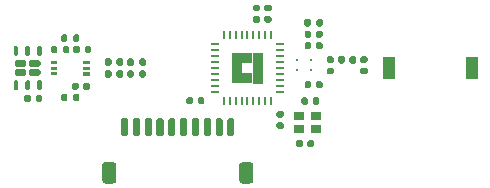
<source format=gbr>
%TF.GenerationSoftware,KiCad,Pcbnew,5.1.9-73d0e3b20d~88~ubuntu20.04.1*%
%TF.CreationDate,2021-04-10T20:27:40+02:00*%
%TF.ProjectId,calvin,63616c76-696e-42e6-9b69-6361645f7063,v1.00*%
%TF.SameCoordinates,Original*%
%TF.FileFunction,Paste,Top*%
%TF.FilePolarity,Positive*%
%FSLAX46Y46*%
G04 Gerber Fmt 4.6, Leading zero omitted, Abs format (unit mm)*
G04 Created by KiCad (PCBNEW 5.1.9-73d0e3b20d~88~ubuntu20.04.1) date 2021-04-10 20:27:40*
%MOMM*%
%LPD*%
G01*
G04 APERTURE LIST*
%ADD10C,0.100000*%
%ADD11C,0.320000*%
%ADD12R,0.900000X0.800000*%
%ADD13R,0.750000X0.280000*%
%ADD14R,0.280000X0.750000*%
%ADD15R,0.880000X0.880000*%
G04 APERTURE END LIST*
%TO.C,J1*%
G36*
G01*
X153800000Y-109525001D02*
X153800000Y-108224999D01*
G75*
G02*
X154049999Y-107975000I249999J0D01*
G01*
X154750001Y-107975000D01*
G75*
G02*
X155000000Y-108224999I0J-249999D01*
G01*
X155000000Y-109525001D01*
G75*
G02*
X154750001Y-109775000I-249999J0D01*
G01*
X154049999Y-109775000D01*
G75*
G02*
X153800000Y-109525001I0J249999D01*
G01*
G37*
G36*
G01*
X142200000Y-109525001D02*
X142200000Y-108224999D01*
G75*
G02*
X142449999Y-107975000I249999J0D01*
G01*
X143150001Y-107975000D01*
G75*
G02*
X143400000Y-108224999I0J-249999D01*
G01*
X143400000Y-109525001D01*
G75*
G02*
X143150001Y-109775000I-249999J0D01*
G01*
X142449999Y-109775000D01*
G75*
G02*
X142200000Y-109525001I0J249999D01*
G01*
G37*
G36*
G01*
X152800000Y-105625000D02*
X152800000Y-104375000D01*
G75*
G02*
X152950000Y-104225000I150000J0D01*
G01*
X153250000Y-104225000D01*
G75*
G02*
X153400000Y-104375000I0J-150000D01*
G01*
X153400000Y-105625000D01*
G75*
G02*
X153250000Y-105775000I-150000J0D01*
G01*
X152950000Y-105775000D01*
G75*
G02*
X152800000Y-105625000I0J150000D01*
G01*
G37*
G36*
G01*
X151800000Y-105625000D02*
X151800000Y-104375000D01*
G75*
G02*
X151950000Y-104225000I150000J0D01*
G01*
X152250000Y-104225000D01*
G75*
G02*
X152400000Y-104375000I0J-150000D01*
G01*
X152400000Y-105625000D01*
G75*
G02*
X152250000Y-105775000I-150000J0D01*
G01*
X151950000Y-105775000D01*
G75*
G02*
X151800000Y-105625000I0J150000D01*
G01*
G37*
G36*
G01*
X150800000Y-105625000D02*
X150800000Y-104375000D01*
G75*
G02*
X150950000Y-104225000I150000J0D01*
G01*
X151250000Y-104225000D01*
G75*
G02*
X151400000Y-104375000I0J-150000D01*
G01*
X151400000Y-105625000D01*
G75*
G02*
X151250000Y-105775000I-150000J0D01*
G01*
X150950000Y-105775000D01*
G75*
G02*
X150800000Y-105625000I0J150000D01*
G01*
G37*
G36*
G01*
X149800000Y-105625000D02*
X149800000Y-104375000D01*
G75*
G02*
X149950000Y-104225000I150000J0D01*
G01*
X150250000Y-104225000D01*
G75*
G02*
X150400000Y-104375000I0J-150000D01*
G01*
X150400000Y-105625000D01*
G75*
G02*
X150250000Y-105775000I-150000J0D01*
G01*
X149950000Y-105775000D01*
G75*
G02*
X149800000Y-105625000I0J150000D01*
G01*
G37*
G36*
G01*
X148800000Y-105625000D02*
X148800000Y-104375000D01*
G75*
G02*
X148950000Y-104225000I150000J0D01*
G01*
X149250000Y-104225000D01*
G75*
G02*
X149400000Y-104375000I0J-150000D01*
G01*
X149400000Y-105625000D01*
G75*
G02*
X149250000Y-105775000I-150000J0D01*
G01*
X148950000Y-105775000D01*
G75*
G02*
X148800000Y-105625000I0J150000D01*
G01*
G37*
G36*
G01*
X147800000Y-105625000D02*
X147800000Y-104375000D01*
G75*
G02*
X147950000Y-104225000I150000J0D01*
G01*
X148250000Y-104225000D01*
G75*
G02*
X148400000Y-104375000I0J-150000D01*
G01*
X148400000Y-105625000D01*
G75*
G02*
X148250000Y-105775000I-150000J0D01*
G01*
X147950000Y-105775000D01*
G75*
G02*
X147800000Y-105625000I0J150000D01*
G01*
G37*
G36*
G01*
X146800000Y-105625000D02*
X146800000Y-104375000D01*
G75*
G02*
X146950000Y-104225000I150000J0D01*
G01*
X147250000Y-104225000D01*
G75*
G02*
X147400000Y-104375000I0J-150000D01*
G01*
X147400000Y-105625000D01*
G75*
G02*
X147250000Y-105775000I-150000J0D01*
G01*
X146950000Y-105775000D01*
G75*
G02*
X146800000Y-105625000I0J150000D01*
G01*
G37*
G36*
G01*
X145800000Y-105625000D02*
X145800000Y-104375000D01*
G75*
G02*
X145950000Y-104225000I150000J0D01*
G01*
X146250000Y-104225000D01*
G75*
G02*
X146400000Y-104375000I0J-150000D01*
G01*
X146400000Y-105625000D01*
G75*
G02*
X146250000Y-105775000I-150000J0D01*
G01*
X145950000Y-105775000D01*
G75*
G02*
X145800000Y-105625000I0J150000D01*
G01*
G37*
G36*
G01*
X144800000Y-105625000D02*
X144800000Y-104375000D01*
G75*
G02*
X144950000Y-104225000I150000J0D01*
G01*
X145250000Y-104225000D01*
G75*
G02*
X145400000Y-104375000I0J-150000D01*
G01*
X145400000Y-105625000D01*
G75*
G02*
X145250000Y-105775000I-150000J0D01*
G01*
X144950000Y-105775000D01*
G75*
G02*
X144800000Y-105625000I0J150000D01*
G01*
G37*
G36*
G01*
X143800000Y-105625000D02*
X143800000Y-104375000D01*
G75*
G02*
X143950000Y-104225000I150000J0D01*
G01*
X144250000Y-104225000D01*
G75*
G02*
X144400000Y-104375000I0J-150000D01*
G01*
X144400000Y-105625000D01*
G75*
G02*
X144250000Y-105775000I-150000J0D01*
G01*
X143950000Y-105775000D01*
G75*
G02*
X143800000Y-105625000I0J150000D01*
G01*
G37*
%TD*%
D10*
%TO.C,AE1*%
G36*
X173000000Y-100900000D02*
G01*
X173000000Y-99100000D01*
X174000000Y-99100000D01*
X174000000Y-100900000D01*
X173000000Y-100900000D01*
G37*
G36*
X166000000Y-100900000D02*
G01*
X166000000Y-99100000D01*
X167000000Y-99100000D01*
X167000000Y-100900000D01*
X166000000Y-100900000D01*
G37*
%TD*%
%TO.C,U4*%
G36*
X141150000Y-100350000D02*
G01*
X141150000Y-100650000D01*
X140600000Y-100650000D01*
X140600000Y-100350000D01*
X141150000Y-100350000D01*
G37*
G36*
X138400000Y-100375000D02*
G01*
X138400000Y-100625000D01*
X137850000Y-100625000D01*
X137850000Y-100375000D01*
X138400000Y-100375000D01*
G37*
G36*
X141150000Y-99875000D02*
G01*
X141150000Y-100125000D01*
X140600000Y-100125000D01*
X140600000Y-99875000D01*
X141150000Y-99875000D01*
G37*
G36*
X138400000Y-99875000D02*
G01*
X138400000Y-100125000D01*
X137850000Y-100125000D01*
X137850000Y-99875000D01*
X138400000Y-99875000D01*
G37*
G36*
X141150000Y-99375000D02*
G01*
X141150000Y-99625000D01*
X140600000Y-99625000D01*
X140600000Y-99375000D01*
X141150000Y-99375000D01*
G37*
G36*
X138400000Y-99375000D02*
G01*
X138400000Y-99625000D01*
X137850000Y-99625000D01*
X137850000Y-99375000D01*
X138400000Y-99375000D01*
G37*
%TD*%
%TO.C,C1*%
G36*
G01*
X157098600Y-104600000D02*
X157438600Y-104600000D01*
G75*
G02*
X157578600Y-104740000I0J-140000D01*
G01*
X157578600Y-105020000D01*
G75*
G02*
X157438600Y-105160000I-140000J0D01*
G01*
X157098600Y-105160000D01*
G75*
G02*
X156958600Y-105020000I0J140000D01*
G01*
X156958600Y-104740000D01*
G75*
G02*
X157098600Y-104600000I140000J0D01*
G01*
G37*
G36*
G01*
X157098600Y-103640000D02*
X157438600Y-103640000D01*
G75*
G02*
X157578600Y-103780000I0J-140000D01*
G01*
X157578600Y-104060000D01*
G75*
G02*
X157438600Y-104200000I-140000J0D01*
G01*
X157098600Y-104200000D01*
G75*
G02*
X156958600Y-104060000I0J140000D01*
G01*
X156958600Y-103780000D01*
G75*
G02*
X157098600Y-103640000I140000J0D01*
G01*
G37*
%TD*%
%TO.C,C2*%
G36*
G01*
X160300000Y-101570000D02*
X160300000Y-101230000D01*
G75*
G02*
X160440000Y-101090000I140000J0D01*
G01*
X160720000Y-101090000D01*
G75*
G02*
X160860000Y-101230000I0J-140000D01*
G01*
X160860000Y-101570000D01*
G75*
G02*
X160720000Y-101710000I-140000J0D01*
G01*
X160440000Y-101710000D01*
G75*
G02*
X160300000Y-101570000I0J140000D01*
G01*
G37*
G36*
G01*
X159340000Y-101570000D02*
X159340000Y-101230000D01*
G75*
G02*
X159480000Y-101090000I140000J0D01*
G01*
X159760000Y-101090000D01*
G75*
G02*
X159900000Y-101230000I0J-140000D01*
G01*
X159900000Y-101570000D01*
G75*
G02*
X159760000Y-101710000I-140000J0D01*
G01*
X159480000Y-101710000D01*
G75*
G02*
X159340000Y-101570000I0J140000D01*
G01*
G37*
%TD*%
%TO.C,C3*%
G36*
G01*
X160300000Y-97310000D02*
X160300000Y-96970000D01*
G75*
G02*
X160440000Y-96830000I140000J0D01*
G01*
X160720000Y-96830000D01*
G75*
G02*
X160860000Y-96970000I0J-140000D01*
G01*
X160860000Y-97310000D01*
G75*
G02*
X160720000Y-97450000I-140000J0D01*
G01*
X160440000Y-97450000D01*
G75*
G02*
X160300000Y-97310000I0J140000D01*
G01*
G37*
G36*
G01*
X159340000Y-97310000D02*
X159340000Y-96970000D01*
G75*
G02*
X159480000Y-96830000I140000J0D01*
G01*
X159760000Y-96830000D01*
G75*
G02*
X159900000Y-96970000I0J-140000D01*
G01*
X159900000Y-97310000D01*
G75*
G02*
X159760000Y-97450000I-140000J0D01*
G01*
X159480000Y-97450000D01*
G75*
G02*
X159340000Y-97310000I0J140000D01*
G01*
G37*
%TD*%
%TO.C,C5*%
G36*
G01*
X160300000Y-98270000D02*
X160300000Y-97930000D01*
G75*
G02*
X160440000Y-97790000I140000J0D01*
G01*
X160720000Y-97790000D01*
G75*
G02*
X160860000Y-97930000I0J-140000D01*
G01*
X160860000Y-98270000D01*
G75*
G02*
X160720000Y-98410000I-140000J0D01*
G01*
X160440000Y-98410000D01*
G75*
G02*
X160300000Y-98270000I0J140000D01*
G01*
G37*
G36*
G01*
X159340000Y-98270000D02*
X159340000Y-97930000D01*
G75*
G02*
X159480000Y-97790000I140000J0D01*
G01*
X159760000Y-97790000D01*
G75*
G02*
X159900000Y-97930000I0J-140000D01*
G01*
X159900000Y-98270000D01*
G75*
G02*
X159760000Y-98410000I-140000J0D01*
G01*
X159480000Y-98410000D01*
G75*
G02*
X159340000Y-98270000I0J140000D01*
G01*
G37*
%TD*%
%TO.C,C7*%
G36*
G01*
X156400000Y-95200000D02*
X156060000Y-95200000D01*
G75*
G02*
X155920000Y-95060000I0J140000D01*
G01*
X155920000Y-94780000D01*
G75*
G02*
X156060000Y-94640000I140000J0D01*
G01*
X156400000Y-94640000D01*
G75*
G02*
X156540000Y-94780000I0J-140000D01*
G01*
X156540000Y-95060000D01*
G75*
G02*
X156400000Y-95200000I-140000J0D01*
G01*
G37*
G36*
G01*
X156400000Y-96160000D02*
X156060000Y-96160000D01*
G75*
G02*
X155920000Y-96020000I0J140000D01*
G01*
X155920000Y-95740000D01*
G75*
G02*
X156060000Y-95600000I140000J0D01*
G01*
X156400000Y-95600000D01*
G75*
G02*
X156540000Y-95740000I0J-140000D01*
G01*
X156540000Y-96020000D01*
G75*
G02*
X156400000Y-96160000I-140000J0D01*
G01*
G37*
%TD*%
%TO.C,C9*%
G36*
G01*
X155430000Y-95200000D02*
X155090000Y-95200000D01*
G75*
G02*
X154950000Y-95060000I0J140000D01*
G01*
X154950000Y-94780000D01*
G75*
G02*
X155090000Y-94640000I140000J0D01*
G01*
X155430000Y-94640000D01*
G75*
G02*
X155570000Y-94780000I0J-140000D01*
G01*
X155570000Y-95060000D01*
G75*
G02*
X155430000Y-95200000I-140000J0D01*
G01*
G37*
G36*
G01*
X155430000Y-96160000D02*
X155090000Y-96160000D01*
G75*
G02*
X154950000Y-96020000I0J140000D01*
G01*
X154950000Y-95740000D01*
G75*
G02*
X155090000Y-95600000I140000J0D01*
G01*
X155430000Y-95600000D01*
G75*
G02*
X155570000Y-95740000I0J-140000D01*
G01*
X155570000Y-96020000D01*
G75*
G02*
X155430000Y-96160000I-140000J0D01*
G01*
G37*
%TD*%
%TO.C,C10*%
G36*
G01*
X159180000Y-106230000D02*
X159180000Y-106570000D01*
G75*
G02*
X159040000Y-106710000I-140000J0D01*
G01*
X158760000Y-106710000D01*
G75*
G02*
X158620000Y-106570000I0J140000D01*
G01*
X158620000Y-106230000D01*
G75*
G02*
X158760000Y-106090000I140000J0D01*
G01*
X159040000Y-106090000D01*
G75*
G02*
X159180000Y-106230000I0J-140000D01*
G01*
G37*
G36*
G01*
X160140000Y-106230000D02*
X160140000Y-106570000D01*
G75*
G02*
X160000000Y-106710000I-140000J0D01*
G01*
X159720000Y-106710000D01*
G75*
G02*
X159580000Y-106570000I0J140000D01*
G01*
X159580000Y-106230000D01*
G75*
G02*
X159720000Y-106090000I140000J0D01*
G01*
X160000000Y-106090000D01*
G75*
G02*
X160140000Y-106230000I0J-140000D01*
G01*
G37*
%TD*%
%TO.C,C11*%
G36*
G01*
X159620000Y-102630000D02*
X159620000Y-102970000D01*
G75*
G02*
X159480000Y-103110000I-140000J0D01*
G01*
X159200000Y-103110000D01*
G75*
G02*
X159060000Y-102970000I0J140000D01*
G01*
X159060000Y-102630000D01*
G75*
G02*
X159200000Y-102490000I140000J0D01*
G01*
X159480000Y-102490000D01*
G75*
G02*
X159620000Y-102630000I0J-140000D01*
G01*
G37*
G36*
G01*
X160580000Y-102630000D02*
X160580000Y-102970000D01*
G75*
G02*
X160440000Y-103110000I-140000J0D01*
G01*
X160160000Y-103110000D01*
G75*
G02*
X160020000Y-102970000I0J140000D01*
G01*
X160020000Y-102630000D01*
G75*
G02*
X160160000Y-102490000I140000J0D01*
G01*
X160440000Y-102490000D01*
G75*
G02*
X160580000Y-102630000I0J-140000D01*
G01*
G37*
%TD*%
%TO.C,C12*%
G36*
G01*
X149900000Y-102598600D02*
X149900000Y-102938600D01*
G75*
G02*
X149760000Y-103078600I-140000J0D01*
G01*
X149480000Y-103078600D01*
G75*
G02*
X149340000Y-102938600I0J140000D01*
G01*
X149340000Y-102598600D01*
G75*
G02*
X149480000Y-102458600I140000J0D01*
G01*
X149760000Y-102458600D01*
G75*
G02*
X149900000Y-102598600I0J-140000D01*
G01*
G37*
G36*
G01*
X150860000Y-102598600D02*
X150860000Y-102938600D01*
G75*
G02*
X150720000Y-103078600I-140000J0D01*
G01*
X150440000Y-103078600D01*
G75*
G02*
X150300000Y-102938600I0J140000D01*
G01*
X150300000Y-102598600D01*
G75*
G02*
X150440000Y-102458600I140000J0D01*
G01*
X150720000Y-102458600D01*
G75*
G02*
X150860000Y-102598600I0J-140000D01*
G01*
G37*
%TD*%
%TO.C,R1*%
G36*
G01*
X160340000Y-96355000D02*
X160340000Y-95985000D01*
G75*
G02*
X160475000Y-95850000I135000J0D01*
G01*
X160745000Y-95850000D01*
G75*
G02*
X160880000Y-95985000I0J-135000D01*
G01*
X160880000Y-96355000D01*
G75*
G02*
X160745000Y-96490000I-135000J0D01*
G01*
X160475000Y-96490000D01*
G75*
G02*
X160340000Y-96355000I0J135000D01*
G01*
G37*
G36*
G01*
X159320000Y-96355000D02*
X159320000Y-95985000D01*
G75*
G02*
X159455000Y-95850000I135000J0D01*
G01*
X159725000Y-95850000D01*
G75*
G02*
X159860000Y-95985000I0J-135000D01*
G01*
X159860000Y-96355000D01*
G75*
G02*
X159725000Y-96490000I-135000J0D01*
G01*
X159455000Y-96490000D01*
G75*
G02*
X159320000Y-96355000I0J135000D01*
G01*
G37*
%TD*%
D11*
%TO.C,U1*%
X158668600Y-99300000D03*
X159868600Y-99300000D03*
X159868600Y-100200000D03*
X158668600Y-100200000D03*
%TD*%
%TO.C,D1*%
G36*
G01*
X143390000Y-100672500D02*
X143390000Y-100327500D01*
G75*
G02*
X143537500Y-100180000I147500J0D01*
G01*
X143832500Y-100180000D01*
G75*
G02*
X143980000Y-100327500I0J-147500D01*
G01*
X143980000Y-100672500D01*
G75*
G02*
X143832500Y-100820000I-147500J0D01*
G01*
X143537500Y-100820000D01*
G75*
G02*
X143390000Y-100672500I0J147500D01*
G01*
G37*
G36*
G01*
X142420000Y-100672500D02*
X142420000Y-100327500D01*
G75*
G02*
X142567500Y-100180000I147500J0D01*
G01*
X142862500Y-100180000D01*
G75*
G02*
X143010000Y-100327500I0J-147500D01*
G01*
X143010000Y-100672500D01*
G75*
G02*
X142862500Y-100820000I-147500J0D01*
G01*
X142567500Y-100820000D01*
G75*
G02*
X142420000Y-100672500I0J147500D01*
G01*
G37*
%TD*%
%TO.C,D2*%
G36*
G01*
X143390000Y-99672500D02*
X143390000Y-99327500D01*
G75*
G02*
X143537500Y-99180000I147500J0D01*
G01*
X143832500Y-99180000D01*
G75*
G02*
X143980000Y-99327500I0J-147500D01*
G01*
X143980000Y-99672500D01*
G75*
G02*
X143832500Y-99820000I-147500J0D01*
G01*
X143537500Y-99820000D01*
G75*
G02*
X143390000Y-99672500I0J147500D01*
G01*
G37*
G36*
G01*
X142420000Y-99672500D02*
X142420000Y-99327500D01*
G75*
G02*
X142567500Y-99180000I147500J0D01*
G01*
X142862500Y-99180000D01*
G75*
G02*
X143010000Y-99327500I0J-147500D01*
G01*
X143010000Y-99672500D01*
G75*
G02*
X142862500Y-99820000I-147500J0D01*
G01*
X142567500Y-99820000D01*
G75*
G02*
X142420000Y-99672500I0J147500D01*
G01*
G37*
%TD*%
%TO.C,C16*%
G36*
G01*
X136180000Y-102410000D02*
X136180000Y-102750000D01*
G75*
G02*
X136040000Y-102890000I-140000J0D01*
G01*
X135760000Y-102890000D01*
G75*
G02*
X135620000Y-102750000I0J140000D01*
G01*
X135620000Y-102410000D01*
G75*
G02*
X135760000Y-102270000I140000J0D01*
G01*
X136040000Y-102270000D01*
G75*
G02*
X136180000Y-102410000I0J-140000D01*
G01*
G37*
G36*
G01*
X137140000Y-102410000D02*
X137140000Y-102750000D01*
G75*
G02*
X137000000Y-102890000I-140000J0D01*
G01*
X136720000Y-102890000D01*
G75*
G02*
X136580000Y-102750000I0J140000D01*
G01*
X136580000Y-102410000D01*
G75*
G02*
X136720000Y-102270000I140000J0D01*
G01*
X137000000Y-102270000D01*
G75*
G02*
X137140000Y-102410000I0J-140000D01*
G01*
G37*
%TD*%
%TO.C,R2*%
G36*
G01*
X144870000Y-100315000D02*
X144870000Y-100685000D01*
G75*
G02*
X144735000Y-100820000I-135000J0D01*
G01*
X144465000Y-100820000D01*
G75*
G02*
X144330000Y-100685000I0J135000D01*
G01*
X144330000Y-100315000D01*
G75*
G02*
X144465000Y-100180000I135000J0D01*
G01*
X144735000Y-100180000D01*
G75*
G02*
X144870000Y-100315000I0J-135000D01*
G01*
G37*
G36*
G01*
X145890000Y-100315000D02*
X145890000Y-100685000D01*
G75*
G02*
X145755000Y-100820000I-135000J0D01*
G01*
X145485000Y-100820000D01*
G75*
G02*
X145350000Y-100685000I0J135000D01*
G01*
X145350000Y-100315000D01*
G75*
G02*
X145485000Y-100180000I135000J0D01*
G01*
X145755000Y-100180000D01*
G75*
G02*
X145890000Y-100315000I0J-135000D01*
G01*
G37*
%TD*%
%TO.C,R3*%
G36*
G01*
X144870000Y-99315000D02*
X144870000Y-99685000D01*
G75*
G02*
X144735000Y-99820000I-135000J0D01*
G01*
X144465000Y-99820000D01*
G75*
G02*
X144330000Y-99685000I0J135000D01*
G01*
X144330000Y-99315000D01*
G75*
G02*
X144465000Y-99180000I135000J0D01*
G01*
X144735000Y-99180000D01*
G75*
G02*
X144870000Y-99315000I0J-135000D01*
G01*
G37*
G36*
G01*
X145890000Y-99315000D02*
X145890000Y-99685000D01*
G75*
G02*
X145755000Y-99820000I-135000J0D01*
G01*
X145485000Y-99820000D01*
G75*
G02*
X145350000Y-99685000I0J135000D01*
G01*
X145350000Y-99315000D01*
G75*
G02*
X145485000Y-99180000I135000J0D01*
G01*
X145755000Y-99180000D01*
G75*
G02*
X145890000Y-99315000I0J-135000D01*
G01*
G37*
%TD*%
%TO.C,R4*%
G36*
G01*
X139740000Y-102685000D02*
X139740000Y-102315000D01*
G75*
G02*
X139875000Y-102180000I135000J0D01*
G01*
X140145000Y-102180000D01*
G75*
G02*
X140280000Y-102315000I0J-135000D01*
G01*
X140280000Y-102685000D01*
G75*
G02*
X140145000Y-102820000I-135000J0D01*
G01*
X139875000Y-102820000D01*
G75*
G02*
X139740000Y-102685000I0J135000D01*
G01*
G37*
G36*
G01*
X138720000Y-102685000D02*
X138720000Y-102315000D01*
G75*
G02*
X138855000Y-102180000I135000J0D01*
G01*
X139125000Y-102180000D01*
G75*
G02*
X139260000Y-102315000I0J-135000D01*
G01*
X139260000Y-102685000D01*
G75*
G02*
X139125000Y-102820000I-135000J0D01*
G01*
X138855000Y-102820000D01*
G75*
G02*
X138720000Y-102685000I0J135000D01*
G01*
G37*
%TD*%
%TO.C,R5*%
G36*
G01*
X139740000Y-97655000D02*
X139740000Y-97285000D01*
G75*
G02*
X139875000Y-97150000I135000J0D01*
G01*
X140145000Y-97150000D01*
G75*
G02*
X140280000Y-97285000I0J-135000D01*
G01*
X140280000Y-97655000D01*
G75*
G02*
X140145000Y-97790000I-135000J0D01*
G01*
X139875000Y-97790000D01*
G75*
G02*
X139740000Y-97655000I0J135000D01*
G01*
G37*
G36*
G01*
X138720000Y-97655000D02*
X138720000Y-97285000D01*
G75*
G02*
X138855000Y-97150000I135000J0D01*
G01*
X139125000Y-97150000D01*
G75*
G02*
X139260000Y-97285000I0J-135000D01*
G01*
X139260000Y-97655000D01*
G75*
G02*
X139125000Y-97790000I-135000J0D01*
G01*
X138855000Y-97790000D01*
G75*
G02*
X138720000Y-97655000I0J135000D01*
G01*
G37*
%TD*%
%TO.C,U3*%
G36*
G01*
X134965000Y-100075000D02*
X135635000Y-100075000D01*
G75*
G02*
X135785000Y-100225000I0J-150000D01*
G01*
X135785000Y-100525000D01*
G75*
G02*
X135635000Y-100675000I-150000J0D01*
G01*
X134965000Y-100675000D01*
G75*
G02*
X134815000Y-100525000I0J150000D01*
G01*
X134815000Y-100225000D01*
G75*
G02*
X134965000Y-100075000I150000J0D01*
G01*
G37*
G36*
G01*
X136165000Y-100075000D02*
X136835000Y-100075000D01*
G75*
G02*
X136985000Y-100225000I0J-150000D01*
G01*
X136985000Y-100525000D01*
G75*
G02*
X136835000Y-100675000I-150000J0D01*
G01*
X136165000Y-100675000D01*
G75*
G02*
X136015000Y-100525000I0J150000D01*
G01*
X136015000Y-100225000D01*
G75*
G02*
X136165000Y-100075000I150000J0D01*
G01*
G37*
G36*
G01*
X134965000Y-99325000D02*
X135635000Y-99325000D01*
G75*
G02*
X135785000Y-99475000I0J-150000D01*
G01*
X135785000Y-99775000D01*
G75*
G02*
X135635000Y-99925000I-150000J0D01*
G01*
X134965000Y-99925000D01*
G75*
G02*
X134815000Y-99775000I0J150000D01*
G01*
X134815000Y-99475000D01*
G75*
G02*
X134965000Y-99325000I150000J0D01*
G01*
G37*
G36*
G01*
X136165000Y-99325000D02*
X136835000Y-99325000D01*
G75*
G02*
X136985000Y-99475000I0J-150000D01*
G01*
X136985000Y-99775000D01*
G75*
G02*
X136835000Y-99925000I-150000J0D01*
G01*
X136165000Y-99925000D01*
G75*
G02*
X136015000Y-99775000I0J150000D01*
G01*
X136015000Y-99475000D01*
G75*
G02*
X136165000Y-99325000I150000J0D01*
G01*
G37*
G36*
G01*
X136800000Y-101050000D02*
X137000000Y-101050000D01*
G75*
G02*
X137100000Y-101150000I0J-100000D01*
G01*
X137100000Y-101750000D01*
G75*
G02*
X137000000Y-101850000I-100000J0D01*
G01*
X136800000Y-101850000D01*
G75*
G02*
X136700000Y-101750000I0J100000D01*
G01*
X136700000Y-101150000D01*
G75*
G02*
X136800000Y-101050000I100000J0D01*
G01*
G37*
G36*
G01*
X135800000Y-101050000D02*
X136000000Y-101050000D01*
G75*
G02*
X136100000Y-101150000I0J-100000D01*
G01*
X136100000Y-101750000D01*
G75*
G02*
X136000000Y-101850000I-100000J0D01*
G01*
X135800000Y-101850000D01*
G75*
G02*
X135700000Y-101750000I0J100000D01*
G01*
X135700000Y-101150000D01*
G75*
G02*
X135800000Y-101050000I100000J0D01*
G01*
G37*
G36*
G01*
X134800000Y-101050000D02*
X135000000Y-101050000D01*
G75*
G02*
X135100000Y-101150000I0J-100000D01*
G01*
X135100000Y-101750000D01*
G75*
G02*
X135000000Y-101850000I-100000J0D01*
G01*
X134800000Y-101850000D01*
G75*
G02*
X134700000Y-101750000I0J100000D01*
G01*
X134700000Y-101150000D01*
G75*
G02*
X134800000Y-101050000I100000J0D01*
G01*
G37*
G36*
G01*
X134800000Y-98150000D02*
X135000000Y-98150000D01*
G75*
G02*
X135100000Y-98250000I0J-100000D01*
G01*
X135100000Y-98850000D01*
G75*
G02*
X135000000Y-98950000I-100000J0D01*
G01*
X134800000Y-98950000D01*
G75*
G02*
X134700000Y-98850000I0J100000D01*
G01*
X134700000Y-98250000D01*
G75*
G02*
X134800000Y-98150000I100000J0D01*
G01*
G37*
G36*
G01*
X135800000Y-98150000D02*
X136000000Y-98150000D01*
G75*
G02*
X136100000Y-98250000I0J-100000D01*
G01*
X136100000Y-98850000D01*
G75*
G02*
X136000000Y-98950000I-100000J0D01*
G01*
X135800000Y-98950000D01*
G75*
G02*
X135700000Y-98850000I0J100000D01*
G01*
X135700000Y-98250000D01*
G75*
G02*
X135800000Y-98150000I100000J0D01*
G01*
G37*
G36*
G01*
X136800000Y-98150000D02*
X137000000Y-98150000D01*
G75*
G02*
X137100000Y-98250000I0J-100000D01*
G01*
X137100000Y-98850000D01*
G75*
G02*
X137000000Y-98950000I-100000J0D01*
G01*
X136800000Y-98950000D01*
G75*
G02*
X136700000Y-98850000I0J100000D01*
G01*
X136700000Y-98250000D01*
G75*
G02*
X136800000Y-98150000I100000J0D01*
G01*
G37*
%TD*%
%TO.C,C17*%
G36*
G01*
X140600000Y-101710000D02*
X140600000Y-101370000D01*
G75*
G02*
X140740000Y-101230000I140000J0D01*
G01*
X141020000Y-101230000D01*
G75*
G02*
X141160000Y-101370000I0J-140000D01*
G01*
X141160000Y-101710000D01*
G75*
G02*
X141020000Y-101850000I-140000J0D01*
G01*
X140740000Y-101850000D01*
G75*
G02*
X140600000Y-101710000I0J140000D01*
G01*
G37*
G36*
G01*
X139640000Y-101710000D02*
X139640000Y-101370000D01*
G75*
G02*
X139780000Y-101230000I140000J0D01*
G01*
X140060000Y-101230000D01*
G75*
G02*
X140200000Y-101370000I0J-140000D01*
G01*
X140200000Y-101710000D01*
G75*
G02*
X140060000Y-101850000I-140000J0D01*
G01*
X139780000Y-101850000D01*
G75*
G02*
X139640000Y-101710000I0J140000D01*
G01*
G37*
%TD*%
%TO.C,C18*%
G36*
G01*
X140320000Y-98270000D02*
X140320000Y-98610000D01*
G75*
G02*
X140180000Y-98750000I-140000J0D01*
G01*
X139900000Y-98750000D01*
G75*
G02*
X139760000Y-98610000I0J140000D01*
G01*
X139760000Y-98270000D01*
G75*
G02*
X139900000Y-98130000I140000J0D01*
G01*
X140180000Y-98130000D01*
G75*
G02*
X140320000Y-98270000I0J-140000D01*
G01*
G37*
G36*
G01*
X141280000Y-98270000D02*
X141280000Y-98610000D01*
G75*
G02*
X141140000Y-98750000I-140000J0D01*
G01*
X140860000Y-98750000D01*
G75*
G02*
X140720000Y-98610000I0J140000D01*
G01*
X140720000Y-98270000D01*
G75*
G02*
X140860000Y-98130000I140000J0D01*
G01*
X141140000Y-98130000D01*
G75*
G02*
X141280000Y-98270000I0J-140000D01*
G01*
G37*
%TD*%
%TO.C,R6*%
G36*
G01*
X138880000Y-98625000D02*
X138880000Y-98255000D01*
G75*
G02*
X139015000Y-98120000I135000J0D01*
G01*
X139285000Y-98120000D01*
G75*
G02*
X139420000Y-98255000I0J-135000D01*
G01*
X139420000Y-98625000D01*
G75*
G02*
X139285000Y-98760000I-135000J0D01*
G01*
X139015000Y-98760000D01*
G75*
G02*
X138880000Y-98625000I0J135000D01*
G01*
G37*
G36*
G01*
X137860000Y-98625000D02*
X137860000Y-98255000D01*
G75*
G02*
X137995000Y-98120000I135000J0D01*
G01*
X138265000Y-98120000D01*
G75*
G02*
X138400000Y-98255000I0J-135000D01*
G01*
X138400000Y-98625000D01*
G75*
G02*
X138265000Y-98760000I-135000J0D01*
G01*
X137995000Y-98760000D01*
G75*
G02*
X137860000Y-98625000I0J135000D01*
G01*
G37*
%TD*%
D12*
%TO.C,Y1*%
X158900000Y-105150000D03*
X160300000Y-105150000D03*
X160300000Y-104050000D03*
X158900000Y-104050000D03*
%TD*%
%TO.C,C19*%
G36*
G01*
X164530000Y-99580000D02*
X164190000Y-99580000D01*
G75*
G02*
X164050000Y-99440000I0J140000D01*
G01*
X164050000Y-99160000D01*
G75*
G02*
X164190000Y-99020000I140000J0D01*
G01*
X164530000Y-99020000D01*
G75*
G02*
X164670000Y-99160000I0J-140000D01*
G01*
X164670000Y-99440000D01*
G75*
G02*
X164530000Y-99580000I-140000J0D01*
G01*
G37*
G36*
G01*
X164530000Y-100540000D02*
X164190000Y-100540000D01*
G75*
G02*
X164050000Y-100400000I0J140000D01*
G01*
X164050000Y-100120000D01*
G75*
G02*
X164190000Y-99980000I140000J0D01*
G01*
X164530000Y-99980000D01*
G75*
G02*
X164670000Y-100120000I0J-140000D01*
G01*
X164670000Y-100400000D01*
G75*
G02*
X164530000Y-100540000I-140000J0D01*
G01*
G37*
%TD*%
%TO.C,C20*%
G36*
G01*
X161350000Y-99020000D02*
X161690000Y-99020000D01*
G75*
G02*
X161830000Y-99160000I0J-140000D01*
G01*
X161830000Y-99440000D01*
G75*
G02*
X161690000Y-99580000I-140000J0D01*
G01*
X161350000Y-99580000D01*
G75*
G02*
X161210000Y-99440000I0J140000D01*
G01*
X161210000Y-99160000D01*
G75*
G02*
X161350000Y-99020000I140000J0D01*
G01*
G37*
G36*
G01*
X161350000Y-99980000D02*
X161690000Y-99980000D01*
G75*
G02*
X161830000Y-100120000I0J-140000D01*
G01*
X161830000Y-100400000D01*
G75*
G02*
X161690000Y-100540000I-140000J0D01*
G01*
X161350000Y-100540000D01*
G75*
G02*
X161210000Y-100400000I0J140000D01*
G01*
X161210000Y-100120000D01*
G75*
G02*
X161350000Y-99980000I140000J0D01*
G01*
G37*
%TD*%
%TO.C,L1*%
G36*
G01*
X163720000Y-99127500D02*
X163720000Y-99472500D01*
G75*
G02*
X163572500Y-99620000I-147500J0D01*
G01*
X163277500Y-99620000D01*
G75*
G02*
X163130000Y-99472500I0J147500D01*
G01*
X163130000Y-99127500D01*
G75*
G02*
X163277500Y-98980000I147500J0D01*
G01*
X163572500Y-98980000D01*
G75*
G02*
X163720000Y-99127500I0J-147500D01*
G01*
G37*
G36*
G01*
X162750000Y-99127500D02*
X162750000Y-99472500D01*
G75*
G02*
X162602500Y-99620000I-147500J0D01*
G01*
X162307500Y-99620000D01*
G75*
G02*
X162160000Y-99472500I0J147500D01*
G01*
X162160000Y-99127500D01*
G75*
G02*
X162307500Y-98980000I147500J0D01*
G01*
X162602500Y-98980000D01*
G75*
G02*
X162750000Y-99127500I0J-147500D01*
G01*
G37*
%TD*%
D13*
%TO.C,U2*%
X151725000Y-98000000D03*
X151725000Y-98500000D03*
X151725000Y-99000000D03*
X151725000Y-99500000D03*
X151725000Y-100000000D03*
X151725000Y-100500000D03*
X151725000Y-101000000D03*
X151725000Y-101500000D03*
X151725000Y-102000000D03*
D14*
X152500000Y-102775000D03*
X153000000Y-102775000D03*
X153500000Y-102775000D03*
X154000000Y-102775000D03*
X154500000Y-102775000D03*
X155000000Y-102775000D03*
X155500000Y-102775000D03*
X156000000Y-102775000D03*
X156500000Y-102775000D03*
D13*
X157275000Y-102000000D03*
X157275000Y-101500000D03*
X157275000Y-101000000D03*
X157275000Y-100500000D03*
X157275000Y-100000000D03*
X157275000Y-99500000D03*
X157275000Y-99000000D03*
X157275000Y-98500000D03*
X157275000Y-98000000D03*
D14*
X156500000Y-97225000D03*
X156000000Y-97225000D03*
X155500000Y-97225000D03*
X155000000Y-97225000D03*
X154500000Y-97225000D03*
X154000000Y-97225000D03*
X153500000Y-97225000D03*
X153000000Y-97225000D03*
X152500000Y-97225000D03*
D15*
X154500000Y-99120000D03*
X155380000Y-99120000D03*
X154500000Y-100880000D03*
X155380000Y-100000000D03*
D10*
G36*
X154940000Y-101320000D02*
G01*
X154940000Y-100440000D01*
X155820000Y-100440000D01*
X155820000Y-101320000D01*
X154940000Y-101320000D01*
G37*
D15*
X153620000Y-100000000D03*
X153620000Y-100880000D03*
X153620000Y-99120000D03*
%TD*%
M02*

</source>
